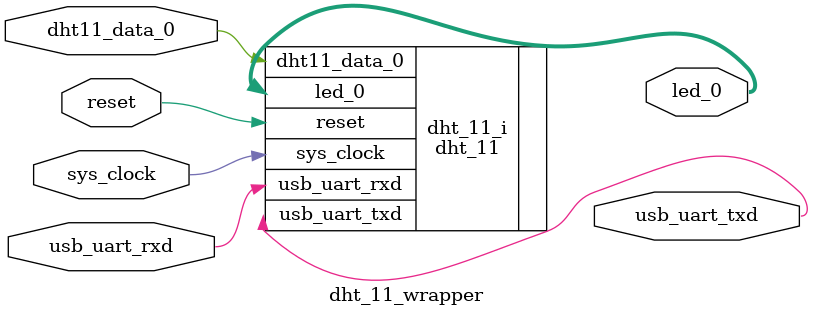
<source format=v>
`timescale 1 ps / 1 ps

module dht_11_wrapper
   (dht11_data_0,
    led_0,
    reset,
    sys_clock,
    usb_uart_rxd,
    usb_uart_txd);
  inout dht11_data_0;
  output [15:0]led_0;
  input reset;
  input sys_clock;
  input usb_uart_rxd;
  output usb_uart_txd;

  wire dht11_data_0;
  wire [15:0]led_0;
  wire reset;
  wire sys_clock;
  wire usb_uart_rxd;
  wire usb_uart_txd;

  dht_11 dht_11_i
       (.dht11_data_0(dht11_data_0),
        .led_0(led_0),
        .reset(reset),
        .sys_clock(sys_clock),
        .usb_uart_rxd(usb_uart_rxd),
        .usb_uart_txd(usb_uart_txd));
endmodule

</source>
